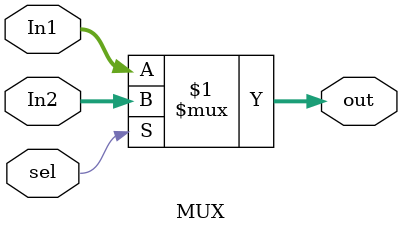
<source format=v>
`timescale 1ns / 1ps


module MUX
    #(parameter N=32)(
    input [N-1:0] In1,
    input [N-1:0] In2,
    input sel,
    output [N-1:0] out
    );
    assign out = sel ? In2 : In1;
endmodule

</source>
